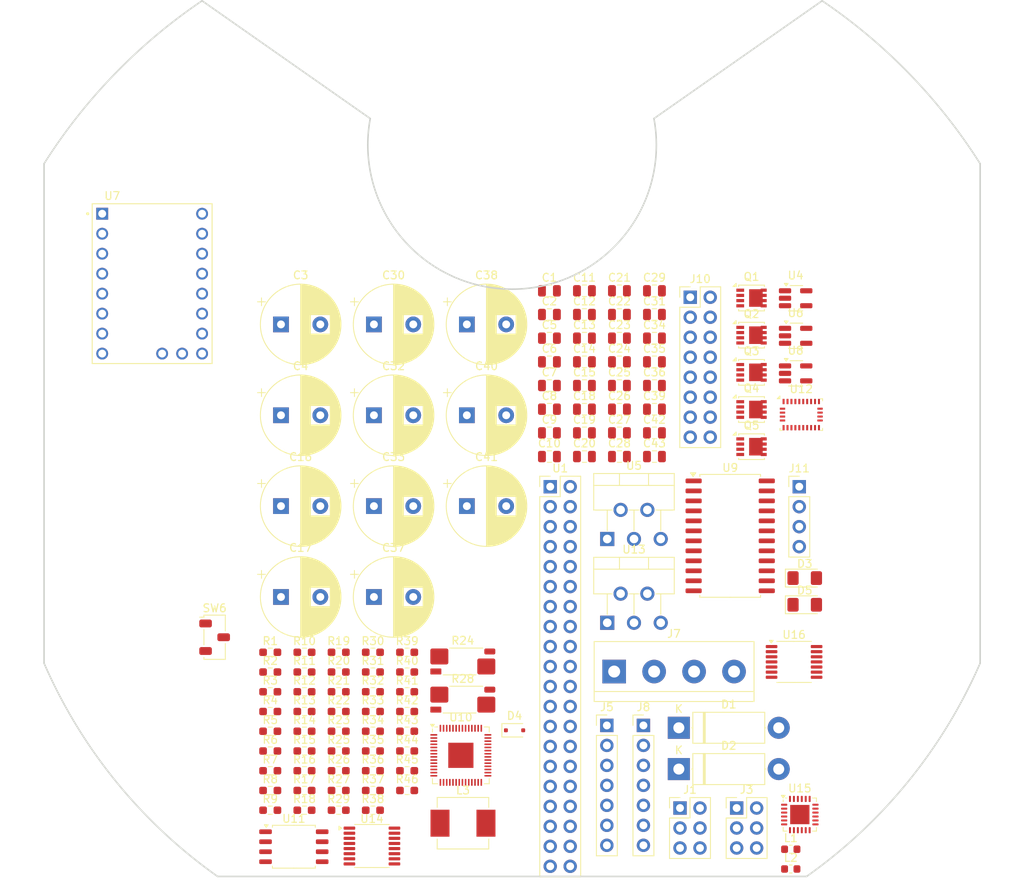
<source format=kicad_pcb>
(kicad_pcb
	(version 20240108)
	(generator "pcbnew")
	(generator_version "8.0")
	(general
		(thickness 1.6)
		(legacy_teardrops no)
	)
	(paper "A4")
	(layers
		(0 "F.Cu" signal)
		(31 "B.Cu" signal)
		(32 "B.Adhes" user "B.Adhesive")
		(33 "F.Adhes" user "F.Adhesive")
		(34 "B.Paste" user)
		(35 "F.Paste" user)
		(36 "B.SilkS" user "B.Silkscreen")
		(37 "F.SilkS" user "F.Silkscreen")
		(38 "B.Mask" user)
		(39 "F.Mask" user)
		(40 "Dwgs.User" user "User.Drawings")
		(41 "Cmts.User" user "User.Comments")
		(42 "Eco1.User" user "User.Eco1")
		(43 "Eco2.User" user "User.Eco2")
		(44 "Edge.Cuts" user)
		(45 "Margin" user)
		(46 "B.CrtYd" user "B.Courtyard")
		(47 "F.CrtYd" user "F.Courtyard")
		(48 "B.Fab" user)
		(49 "F.Fab" user)
		(50 "User.1" user)
		(51 "User.2" user)
		(52 "User.3" user)
		(53 "User.4" user)
		(54 "User.5" user)
		(55 "User.6" user)
		(56 "User.7" user)
		(57 "User.8" user)
		(58 "User.9" user)
	)
	(setup
		(pad_to_mask_clearance 0)
		(allow_soldermask_bridges_in_footprints no)
		(pcbplotparams
			(layerselection 0x00010fc_ffffffff)
			(plot_on_all_layers_selection 0x0000000_00000000)
			(disableapertmacros no)
			(usegerberextensions no)
			(usegerberattributes yes)
			(usegerberadvancedattributes yes)
			(creategerberjobfile yes)
			(dashed_line_dash_ratio 12.000000)
			(dashed_line_gap_ratio 3.000000)
			(svgprecision 4)
			(plotframeref no)
			(viasonmask no)
			(mode 1)
			(useauxorigin no)
			(hpglpennumber 1)
			(hpglpenspeed 20)
			(hpglpendiameter 15.000000)
			(pdf_front_fp_property_popups yes)
			(pdf_back_fp_property_popups yes)
			(dxfpolygonmode yes)
			(dxfimperialunits yes)
			(dxfusepcbnewfont yes)
			(psnegative no)
			(psa4output no)
			(plotreference yes)
			(plotvalue yes)
			(plotfptext yes)
			(plotinvisibletext no)
			(sketchpadsonfab no)
			(subtractmaskfromsilk no)
			(outputformat 1)
			(mirror no)
			(drillshape 1)
			(scaleselection 1)
			(outputdirectory "")
		)
	)
	(net 0 "")
	(net 1 "+5V")
	(net 2 "-BATT")
	(net 3 "Net-(M1-+)")
	(net 4 "VBUS")
	(net 5 "Net-(J5-Pin_2)")
	(net 6 "Net-(J8-Pin_2)")
	(net 7 "Net-(U12-CAP)")
	(net 8 "+3.3V")
	(net 9 "Net-(C11-Pad2)")
	(net 10 "Net-(U10-XIN)")
	(net 11 "Net-(U10-VREG_VOUT)")
	(net 12 "Net-(D1-K)")
	(net 13 "Net-(D2-K)")
	(net 14 "Bumper-F-R")
	(net 15 "US-Dist-Echo-Front")
	(net 16 "US-Dist-Trig-Front")
	(net 17 "Bumper-F-L")
	(net 18 "Bumper-B-R")
	(net 19 "US-Dist-Echo-Back")
	(net 20 "US-Dist-Trig-Back")
	(net 21 "Bumper-B-L")
	(net 22 "BottleDoor-UserButton-1")
	(net 23 "BottleDoor-Contact-1")
	(net 24 "BottleDoor-User-LED-1")
	(net 25 "BottleDoor-ServoPWM-1")
	(net 26 "Net-(J7-Pin_3)")
	(net 27 "Net-(J7-Pin_4)")
	(net 28 "Net-(J7-Pin_2)")
	(net 29 "Net-(J7-Pin_1)")
	(net 30 "BottleDoor-UserButton-2")
	(net 31 "BottleDoor-Contact-2")
	(net 32 "BottleDoor-User-LED-2")
	(net 33 "BottleDoor-ServoPWM-2")
	(net 34 "Net-(Q1-G)")
	(net 35 "Net-(Q2-D)")
	(net 36 "unconnected-(J10-Pin_9-Pad9)")
	(net 37 "Net-(U15-ACN)")
	(net 38 "unconnected-(J10-Pin_3-Pad3)")
	(net 39 "unconnected-(J10-Pin_8-Pad8)")
	(net 40 "unconnected-(J10-Pin_10-Pad10)")
	(net 41 "ChargeArm-PowerSwitch")
	(net 42 "unconnected-(U4-~{FLG}-Pad3)")
	(net 43 "unconnected-(U4-GND-Pad2)")
	(net 44 "unconnected-(U6-GND-Pad2)")
	(net 45 "BottleDoor-PowerSwitch-1")
	(net 46 "unconnected-(U6-~{FLG}-Pad3)")
	(net 47 "unconnected-(U8-GND-Pad2)")
	(net 48 "BottleDoor-PowerSwitch-2")
	(net 49 "unconnected-(U8-~{FLG}-Pad3)")
	(net 50 "unconnected-(U9-IO0_3-Pad7)")
	(net 51 "I2C-SCL")
	(net 52 "unconnected-(U9-IO1_0-Pad13)")
	(net 53 "Net-(U15-ACP)")
	(net 54 "unconnected-(U9-IO0_6-Pad10)")
	(net 55 "Net-(U1-GPIO22{slash}SDIO_CLK)")
	(net 56 "unconnected-(U9-IO0_7-Pad11)")
	(net 57 "Net-(U15-VCC)")
	(net 58 "I2C-SDA")
	(net 59 "Net-(Q3-D)")
	(net 60 "unconnected-(U10-GPIO22-Pad34)")
	(net 61 "Net-(U10-XOUT)")
	(net 62 "unconnected-(U10-GPIO18-Pad29)")
	(net 63 "unconnected-(U10-GPIO28_ADC2-Pad40)")
	(net 64 "Motor-SpreadChop")
	(net 65 "Net-(Q3-G)")
	(net 66 "unconnected-(U10-GPIO26_ADC0-Pad38)")
	(net 67 "Net-(U10-QSPI_SS)")
	(net 68 "unconnected-(U10-GPIO27_ADC1-Pad39)")
	(net 69 "Motor-EN")
	(net 70 "Net-(U10-USB_DM)")
	(net 71 "Net-(D4-A)")
	(net 72 "Motor-DIAG")
	(net 73 "unconnected-(U10-GPIO13-Pad16)")
	(net 74 "unconnected-(U10-GPIO17-Pad28)")
	(net 75 "unconnected-(U10-GPIO20-Pad31)")
	(net 76 "Net-(U10-QSPI_SD0)")
	(net 77 "unconnected-(U10-GPIO23-Pad35)")
	(net 78 "MotionC-RST")
	(net 79 "Net-(U10-QSPI_SD2)")
	(net 80 "Motor-1Wire-UART")
	(net 81 "unconnected-(U10-GPIO24-Pad36)")
	(net 82 "Net-(U10-QSPI_SD3)")
	(net 83 "Net-(U10-GPIO0)")
	(net 84 "Net-(U10-QSPI_SD1)")
	(net 85 "unconnected-(U10-GPIO19-Pad30)")
	(net 86 "Net-(U10-QSPI_SCLK)")
	(net 87 "Motor-Dir")
	(net 88 "Motor-IDX")
	(net 89 "Net-(U10-USB_DP)")
	(net 90 "unconnected-(U10-GPIO21-Pad32)")
	(net 91 "unconnected-(U10-SWCLK-Pad24)")
	(net 92 "Net-(D4-K)")
	(net 93 "unconnected-(U10-GPIO16-Pad27)")
	(net 94 "unconnected-(U10-SWD-Pad25)")
	(net 95 "Motor-Step")
	(net 96 "unconnected-(U10-GPIO29_ADC3-Pad41)")
	(net 97 "DrivePermission")
	(net 98 "Net-(Q5-D)")
	(net 99 "unconnected-(U12-PIN15-Pad15)")
	(net 100 "unconnected-(U12-PIN22-Pad22)")
	(net 101 "unconnected-(U12-PIN24-Pad24)")
	(net 102 "unconnected-(U12-BL_IND-Pad10)")
	(net 103 "unconnected-(U12-XIN32-Pad27)")
	(net 104 "Net-(U12-~{BOOT_LOAD_PIN})")
	(net 105 "unconnected-(U12-PIN23-Pad23)")
	(net 106 "Net-(U12-~{RESET})")
	(net 107 "unconnected-(U12-PIN12-Pad12)")
	(net 108 "unconnected-(U12-PIN7-Pad7)")
	(net 109 "unconnected-(U12-PIN1-Pad1)")
	(net 110 "unconnected-(U12-PIN13-Pad13)")
	(net 111 "IMU-INT")
	(net 112 "unconnected-(U12-PIN21-Pad21)")
	(net 113 "unconnected-(U12-PIN8-Pad8)")
	(net 114 "unconnected-(U12-XOUT32-Pad26)")
	(net 115 "unconnected-(U12-PIN16-Pad16)")
	(net 116 "Net-(U15-SRN)")
	(net 117 "PowerMonAlert")
	(net 118 "Net-(U15-SRP)")
	(net 119 "unconnected-(U14-NC-Pad13)")
	(net 120 "Net-(C37-Pad1)")
	(net 121 "Net-(C39-Pad2)")
	(net 122 "Net-(U15-TTC)")
	(net 123 "VCC")
	(net 124 "Net-(D3-A)")
	(net 125 "Net-(D5-A)")
	(net 126 "/DATA")
	(net 127 "unconnected-(J10-Pin_12-Pad12)")
	(net 128 "/RST")
	(net 129 "unconnected-(J10-Pin_11-Pad11)")
	(net 130 "/DC")
	(net 131 "unconnected-(J10-Pin_7-Pad7)")
	(net 132 "/CLK")
	(net 133 "unconnected-(J10-Pin_6-Pad6)")
	(net 134 "/CS")
	(net 135 "unconnected-(J10-Pin_13-Pad13)")
	(net 136 "USB_D-")
	(net 137 "USB_D+")
	(net 138 "unconnected-(J11-Pin_1-Pad1)")
	(net 139 "Net-(L3-Pad2)")
	(net 140 "+VDC")
	(net 141 "Net-(Q2-S-Pad1)")
	(net 142 "Net-(Q4-G)")
	(net 143 "Net-(Q5-G)")
	(net 144 "MotionC-BootOpt")
	(net 145 "Net-(U10-GPIO25)")
	(net 146 "Net-(U15-~{ACDRV})")
	(net 147 "Net-(U15-~{BATDRV})")
	(net 148 "ChargerStat1")
	(net 149 "ChargerStat2")
	(net 150 "ChargerStatPG")
	(net 151 "Net-(U15-ISET2)")
	(net 152 "Net-(U15-ISET1)")
	(net 153 "Net-(U15-ACSET)")
	(net 154 "Net-(R40-Pad2)")
	(net 155 "Net-(U15-TS)")
	(net 156 "I2C-SDA-MC")
	(net 157 "I2C-SCL-MC")
	(net 158 "Net-(U1-GPIO16{slash}SPI1_~{CE2})")
	(net 159 "Net-(SW6-A)")
	(net 160 "Net-(U14-VBUS)")
	(net 161 "unconnected-(U16-TEST-Pad7)")
	(net 162 "unconnected-(U16-TEST-Pad8)")
	(net 163 "unconnected-(U16-TEST-Pad10)")
	(net 164 "unconnected-(U16-TEST-Pad5)")
	(net 165 "unconnected-(U16-TEST-Pad6)")
	(net 166 "unconnected-(U16-TEST-Pad9)")
	(net 167 "unconnected-(U16-A1-Pad4)")
	(net 168 "unconnected-(U16-PWM-Pad14)")
	(net 169 "unconnected-(U16-A2-Pad3)")
	(net 170 "unconnected-(U1-SDA_I2C1{slash}GPIO02-Pad3)")
	(net 171 "unconnected-(U1-3V3-Pad1)")
	(net 172 "unconnected-(U1-~{CE1}_SPI0{slash}GPIO07-Pad26)")
	(net 173 "Net-(SW6-B)")
	(net 174 "unconnected-(U1-SCL_I2C1{slash}GPIO03-Pad5)")
	(net 175 "unconnected-(U1-GPIO15{slash}UART_RXD-Pad10)")
	(net 176 "ChargeArm-ServoPWM")
	(net 177 "unconnected-(U1-GPCLK2{slash}GPIO06-Pad31)")
	(net 178 "unconnected-(U1-MISO_SPI0{slash}GPIO09-Pad21)")
	(net 179 "unconnected-(U1-3V3-Pad1)_1")
	(net 180 "unconnected-(U7-PDN-Pad11)")
	(footprint "Resistor_SMD:R_0603_1608Metric_Pad0.98x0.95mm_HandSolder" (layer "F.Cu") (at 94.4625 119.92))
	(footprint "Resistor_SMD:R_0603_1608Metric_Pad0.98x0.95mm_HandSolder" (layer "F.Cu") (at 81.4125 122.43))
	(footprint "Diode_THT:D_5W_P12.70mm_Horizontal" (layer "F.Cu") (at 133.3525 129.52))
	(footprint "Capacitor_THT:CP_Radial_D10.0mm_P5.00mm" (layer "F.Cu") (at 82.777146 112.89))
	(footprint "Capacitor_THT:CP_Radial_D10.0mm_P5.00mm" (layer "F.Cu") (at 106.406438 101.34))
	(footprint "Package_SO:SOIC-24W_7.5x15.4mm_P1.27mm" (layer "F.Cu") (at 139.8825 105.12))
	(footprint "Capacitor_SMD:C_0805_2012Metric" (layer "F.Cu") (at 116.9025 89.02))
	(footprint "Resistor_SMD:R_0603_1608Metric_Pad0.98x0.95mm_HandSolder" (layer "F.Cu") (at 94.4625 127.45))
	(footprint "Capacitor_THT:CP_Radial_D10.0mm_P5.00mm" (layer "F.Cu") (at 94.591792 101.34))
	(footprint "Capacitor_SMD:C_0805_2012Metric" (layer "F.Cu") (at 116.9025 92.03))
	(footprint "Resistor_SMD:R_0603_1608Metric_Pad0.98x0.95mm_HandSolder" (layer "F.Cu") (at 94.4625 122.43))
	(footprint "Resistor_SMD:R_0603_1608Metric_Pad0.98x0.95mm_HandSolder" (layer "F.Cu") (at 81.4125 132.47))
	(footprint "Connector_PinHeader_2.54mm:PinHeader_2x20_P2.54mm_Vertical" (layer "F.Cu") (at 117.0025 98.87))
	(footprint "Capacitor_SMD:C_0805_2012Metric" (layer "F.Cu") (at 130.2525 89.02))
	(footprint "Capacitor_SMD:C_0805_2012Metric" (layer "F.Cu") (at 116.9025 73.97))
	(footprint "Resistor_SMD:R_0603_1608Metric_Pad0.98x0.95mm_HandSolder"
		(layer "F.Cu")
		(uuid "18f5ca59-a8af-42d0-b5c4-0ec84c026883")
		(at 81.4125 119.92)
		(descr "Resistor SMD 0603 (1608 Metric), square (rectangular) end terminal, IPC_7351 nominal with elongated pad for handsoldering. (Body size source: IPC-SM-782 page 72, https://www.pcb-3d.com/wordpress/wp-content/uploads/ipc-sm-782a_amendment_1_and_2.pdf), generated with kicad-footprint-generator")
		(tags "resistor handsolder")
		(property "Reference" "R1"
			(at 0 -1.43 0)
			(layer "F.SilkS")
			(uuid "f52b61b6-d141-4f45-ba26-dc48574d25af")
			(effects
				(font
					(size 1 1)
					(thickness 0.15)
				)
			)
		)
		(property "Value" "10k"
			(at 0 1.43 0)
			(layer "F.Fab")
			(uuid "3eb48148-ae93-4fda-838e-fedf5cf85000")
			(effects
				(font
					(size 1 1)
					(thickness 0.15)
				)
			)
		)
		(property "Footprint" "Resistor_SMD:R_0603_1608Metric_Pad0.98x0.95mm_HandSolder"
			(at 0 0 0)
			(unlocked yes)
			(layer "F.Fab")
			(hide yes)
			(uuid "fe5f26ca-f9e1-47ed-8063-afe3ac99dc95")
			(effects
				(font
					(size 1.27 1.27)
					(thickness 0.15)
				)
			)
		)
		(property "Datasheet" ""
			(at 0 0 0)
			(unlocked yes)
			(layer "F.Fab")
			(hide yes)
			(uuid "c6fba55b-0a33-44d6-b385-2144ded4a705")
			(effects
				(font
					(size 1.27 1.27)
					(thickness 0.15)
				)
			)
		)
		(property "Description" "Resistor"
			(at 0 0 0)
			(unlocked yes)
			(layer "F.Fab")
			(hide yes)
			(uuid "4a1b0699-6dbe-4b9b-89ea-a0e0f0f02763")
			(effects
				(font
					(size 1.27 1.27)
					(thickness 0.15)
				)
			)
		)
		(property ki_fp_filters "R_*")
		(path "/09130e6a-cc76-487b-9f74-1c1ea93fb10c")
		(sheetname "Stammblatt")
		(sheetfile "monorail.kicad_sch")
		(attr smd)
		(fp_line
... [850477 chars truncated]
</source>
